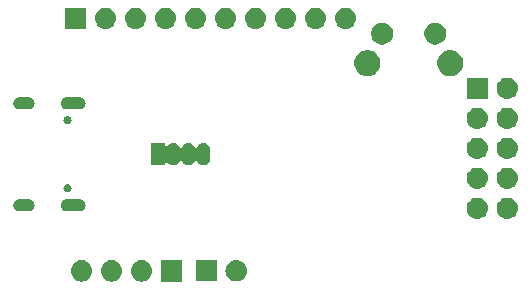
<source format=gbr>
G04 #@! TF.GenerationSoftware,KiCad,Pcbnew,5.1.4-e60b266~84~ubuntu18.04.1*
G04 #@! TF.CreationDate,2019-11-09T00:06:31+08:00*
G04 #@! TF.ProjectId,dap-stm32f103,6461702d-7374-46d3-9332-663130332e6b,rev?*
G04 #@! TF.SameCoordinates,Original*
G04 #@! TF.FileFunction,Soldermask,Bot*
G04 #@! TF.FilePolarity,Negative*
%FSLAX46Y46*%
G04 Gerber Fmt 4.6, Leading zero omitted, Abs format (unit mm)*
G04 Created by KiCad (PCBNEW 5.1.4-e60b266~84~ubuntu18.04.1) date 2019-11-09 00:06:31*
%MOMM*%
%LPD*%
G04 APERTURE LIST*
%ADD10C,0.100000*%
G04 APERTURE END LIST*
D10*
G36*
X156064443Y-105863519D02*
G01*
X156130627Y-105870037D01*
X156300466Y-105921557D01*
X156456991Y-106005222D01*
X156492729Y-106034552D01*
X156594186Y-106117814D01*
X156677448Y-106219271D01*
X156706778Y-106255009D01*
X156790443Y-106411534D01*
X156841963Y-106581373D01*
X156859359Y-106758000D01*
X156841963Y-106934627D01*
X156790443Y-107104466D01*
X156706778Y-107260991D01*
X156677448Y-107296729D01*
X156594186Y-107398186D01*
X156492729Y-107481448D01*
X156456991Y-107510778D01*
X156300466Y-107594443D01*
X156130627Y-107645963D01*
X156064443Y-107652481D01*
X155998260Y-107659000D01*
X155909740Y-107659000D01*
X155843557Y-107652481D01*
X155777373Y-107645963D01*
X155607534Y-107594443D01*
X155451009Y-107510778D01*
X155415271Y-107481448D01*
X155313814Y-107398186D01*
X155230552Y-107296729D01*
X155201222Y-107260991D01*
X155117557Y-107104466D01*
X155066037Y-106934627D01*
X155048641Y-106758000D01*
X155066037Y-106581373D01*
X155117557Y-106411534D01*
X155201222Y-106255009D01*
X155230552Y-106219271D01*
X155313814Y-106117814D01*
X155415271Y-106034552D01*
X155451009Y-106005222D01*
X155607534Y-105921557D01*
X155777373Y-105870037D01*
X155843557Y-105863519D01*
X155909740Y-105857000D01*
X155998260Y-105857000D01*
X156064443Y-105863519D01*
X156064443Y-105863519D01*
G37*
G36*
X153524443Y-105863519D02*
G01*
X153590627Y-105870037D01*
X153760466Y-105921557D01*
X153916991Y-106005222D01*
X153952729Y-106034552D01*
X154054186Y-106117814D01*
X154137448Y-106219271D01*
X154166778Y-106255009D01*
X154250443Y-106411534D01*
X154301963Y-106581373D01*
X154319359Y-106758000D01*
X154301963Y-106934627D01*
X154250443Y-107104466D01*
X154166778Y-107260991D01*
X154137448Y-107296729D01*
X154054186Y-107398186D01*
X153952729Y-107481448D01*
X153916991Y-107510778D01*
X153760466Y-107594443D01*
X153590627Y-107645963D01*
X153524443Y-107652481D01*
X153458260Y-107659000D01*
X153369740Y-107659000D01*
X153303557Y-107652481D01*
X153237373Y-107645963D01*
X153067534Y-107594443D01*
X152911009Y-107510778D01*
X152875271Y-107481448D01*
X152773814Y-107398186D01*
X152690552Y-107296729D01*
X152661222Y-107260991D01*
X152577557Y-107104466D01*
X152526037Y-106934627D01*
X152508641Y-106758000D01*
X152526037Y-106581373D01*
X152577557Y-106411534D01*
X152661222Y-106255009D01*
X152690552Y-106219271D01*
X152773814Y-106117814D01*
X152875271Y-106034552D01*
X152911009Y-106005222D01*
X153067534Y-105921557D01*
X153237373Y-105870037D01*
X153303557Y-105863519D01*
X153369740Y-105857000D01*
X153458260Y-105857000D01*
X153524443Y-105863519D01*
X153524443Y-105863519D01*
G37*
G36*
X161935000Y-107659000D02*
G01*
X160133000Y-107659000D01*
X160133000Y-105857000D01*
X161935000Y-105857000D01*
X161935000Y-107659000D01*
X161935000Y-107659000D01*
G37*
G36*
X158604443Y-105863519D02*
G01*
X158670627Y-105870037D01*
X158840466Y-105921557D01*
X158996991Y-106005222D01*
X159032729Y-106034552D01*
X159134186Y-106117814D01*
X159217448Y-106219271D01*
X159246778Y-106255009D01*
X159330443Y-106411534D01*
X159381963Y-106581373D01*
X159399359Y-106758000D01*
X159381963Y-106934627D01*
X159330443Y-107104466D01*
X159246778Y-107260991D01*
X159217448Y-107296729D01*
X159134186Y-107398186D01*
X159032729Y-107481448D01*
X158996991Y-107510778D01*
X158840466Y-107594443D01*
X158670627Y-107645963D01*
X158604443Y-107652481D01*
X158538260Y-107659000D01*
X158449740Y-107659000D01*
X158383557Y-107652481D01*
X158317373Y-107645963D01*
X158147534Y-107594443D01*
X157991009Y-107510778D01*
X157955271Y-107481448D01*
X157853814Y-107398186D01*
X157770552Y-107296729D01*
X157741222Y-107260991D01*
X157657557Y-107104466D01*
X157606037Y-106934627D01*
X157588641Y-106758000D01*
X157606037Y-106581373D01*
X157657557Y-106411534D01*
X157741222Y-106255009D01*
X157770552Y-106219271D01*
X157853814Y-106117814D01*
X157955271Y-106034552D01*
X157991009Y-106005222D01*
X158147534Y-105921557D01*
X158317373Y-105870037D01*
X158383557Y-105863519D01*
X158449740Y-105857000D01*
X158538260Y-105857000D01*
X158604443Y-105863519D01*
X158604443Y-105863519D01*
G37*
G36*
X166614443Y-105843519D02*
G01*
X166680627Y-105850037D01*
X166850466Y-105901557D01*
X167006991Y-105985222D01*
X167031361Y-106005222D01*
X167144186Y-106097814D01*
X167227448Y-106199271D01*
X167256778Y-106235009D01*
X167340443Y-106391534D01*
X167391963Y-106561373D01*
X167409359Y-106738000D01*
X167391963Y-106914627D01*
X167340443Y-107084466D01*
X167256778Y-107240991D01*
X167240366Y-107260989D01*
X167144186Y-107378186D01*
X167042729Y-107461448D01*
X167006991Y-107490778D01*
X166850466Y-107574443D01*
X166680627Y-107625963D01*
X166614442Y-107632482D01*
X166548260Y-107639000D01*
X166459740Y-107639000D01*
X166393558Y-107632482D01*
X166327373Y-107625963D01*
X166157534Y-107574443D01*
X166001009Y-107490778D01*
X165965271Y-107461448D01*
X165863814Y-107378186D01*
X165767634Y-107260989D01*
X165751222Y-107240991D01*
X165667557Y-107084466D01*
X165616037Y-106914627D01*
X165598641Y-106738000D01*
X165616037Y-106561373D01*
X165667557Y-106391534D01*
X165751222Y-106235009D01*
X165780552Y-106199271D01*
X165863814Y-106097814D01*
X165976639Y-106005222D01*
X166001009Y-105985222D01*
X166157534Y-105901557D01*
X166327373Y-105850037D01*
X166393557Y-105843519D01*
X166459740Y-105837000D01*
X166548260Y-105837000D01*
X166614443Y-105843519D01*
X166614443Y-105843519D01*
G37*
G36*
X164865000Y-107639000D02*
G01*
X163063000Y-107639000D01*
X163063000Y-105837000D01*
X164865000Y-105837000D01*
X164865000Y-107639000D01*
X164865000Y-107639000D01*
G37*
G36*
X189574442Y-100553518D02*
G01*
X189640627Y-100560037D01*
X189810466Y-100611557D01*
X189966991Y-100695222D01*
X190000713Y-100722897D01*
X190104186Y-100807814D01*
X190186660Y-100908310D01*
X190216778Y-100945009D01*
X190300443Y-101101534D01*
X190351963Y-101271373D01*
X190369359Y-101448000D01*
X190351963Y-101624627D01*
X190300443Y-101794466D01*
X190216778Y-101950991D01*
X190187448Y-101986729D01*
X190104186Y-102088186D01*
X190002729Y-102171448D01*
X189966991Y-102200778D01*
X189810466Y-102284443D01*
X189640627Y-102335963D01*
X189574442Y-102342482D01*
X189508260Y-102349000D01*
X189419740Y-102349000D01*
X189353557Y-102342481D01*
X189287373Y-102335963D01*
X189117534Y-102284443D01*
X188961009Y-102200778D01*
X188925271Y-102171448D01*
X188823814Y-102088186D01*
X188740552Y-101986729D01*
X188711222Y-101950991D01*
X188627557Y-101794466D01*
X188576037Y-101624627D01*
X188558641Y-101448000D01*
X188576037Y-101271373D01*
X188627557Y-101101534D01*
X188711222Y-100945009D01*
X188741340Y-100908310D01*
X188823814Y-100807814D01*
X188927287Y-100722897D01*
X188961009Y-100695222D01*
X189117534Y-100611557D01*
X189287373Y-100560037D01*
X189353557Y-100553519D01*
X189419740Y-100547000D01*
X189508260Y-100547000D01*
X189574442Y-100553518D01*
X189574442Y-100553518D01*
G37*
G36*
X187034442Y-100553518D02*
G01*
X187100627Y-100560037D01*
X187270466Y-100611557D01*
X187426991Y-100695222D01*
X187460713Y-100722897D01*
X187564186Y-100807814D01*
X187646660Y-100908310D01*
X187676778Y-100945009D01*
X187760443Y-101101534D01*
X187811963Y-101271373D01*
X187829359Y-101448000D01*
X187811963Y-101624627D01*
X187760443Y-101794466D01*
X187676778Y-101950991D01*
X187647448Y-101986729D01*
X187564186Y-102088186D01*
X187462729Y-102171448D01*
X187426991Y-102200778D01*
X187270466Y-102284443D01*
X187100627Y-102335963D01*
X187034442Y-102342482D01*
X186968260Y-102349000D01*
X186879740Y-102349000D01*
X186813557Y-102342481D01*
X186747373Y-102335963D01*
X186577534Y-102284443D01*
X186421009Y-102200778D01*
X186385271Y-102171448D01*
X186283814Y-102088186D01*
X186200552Y-101986729D01*
X186171222Y-101950991D01*
X186087557Y-101794466D01*
X186036037Y-101624627D01*
X186018641Y-101448000D01*
X186036037Y-101271373D01*
X186087557Y-101101534D01*
X186171222Y-100945009D01*
X186201340Y-100908310D01*
X186283814Y-100807814D01*
X186387287Y-100722897D01*
X186421009Y-100695222D01*
X186577534Y-100611557D01*
X186747373Y-100560037D01*
X186813557Y-100553519D01*
X186879740Y-100547000D01*
X186968260Y-100547000D01*
X187034442Y-100553518D01*
X187034442Y-100553518D01*
G37*
G36*
X153352213Y-100694249D02*
G01*
X153446652Y-100722897D01*
X153533687Y-100769418D01*
X153609975Y-100832025D01*
X153672582Y-100908313D01*
X153719103Y-100995348D01*
X153747751Y-101089787D01*
X153757424Y-101188000D01*
X153747751Y-101286213D01*
X153719103Y-101380652D01*
X153672582Y-101467687D01*
X153609975Y-101543975D01*
X153533687Y-101606582D01*
X153446652Y-101653103D01*
X153352213Y-101681751D01*
X153278612Y-101689000D01*
X152129388Y-101689000D01*
X152055787Y-101681751D01*
X151961348Y-101653103D01*
X151874313Y-101606582D01*
X151798025Y-101543975D01*
X151735418Y-101467687D01*
X151688897Y-101380652D01*
X151660249Y-101286213D01*
X151650576Y-101188000D01*
X151660249Y-101089787D01*
X151688897Y-100995348D01*
X151735418Y-100908313D01*
X151798025Y-100832025D01*
X151874313Y-100769418D01*
X151961348Y-100722897D01*
X152055787Y-100694249D01*
X152129388Y-100687000D01*
X153278612Y-100687000D01*
X153352213Y-100694249D01*
X153352213Y-100694249D01*
G37*
G36*
X149032213Y-100694249D02*
G01*
X149126652Y-100722897D01*
X149213687Y-100769418D01*
X149289975Y-100832025D01*
X149352582Y-100908313D01*
X149399103Y-100995348D01*
X149427751Y-101089787D01*
X149437424Y-101188000D01*
X149427751Y-101286213D01*
X149399103Y-101380652D01*
X149352582Y-101467687D01*
X149289975Y-101543975D01*
X149213687Y-101606582D01*
X149126652Y-101653103D01*
X149032213Y-101681751D01*
X148958612Y-101689000D01*
X148109388Y-101689000D01*
X148035787Y-101681751D01*
X147941348Y-101653103D01*
X147854313Y-101606582D01*
X147778025Y-101543975D01*
X147715418Y-101467687D01*
X147668897Y-101380652D01*
X147640249Y-101286213D01*
X147630576Y-101188000D01*
X147640249Y-101089787D01*
X147668897Y-100995348D01*
X147715418Y-100908313D01*
X147778025Y-100832025D01*
X147854313Y-100769418D01*
X147941348Y-100722897D01*
X148035787Y-100694249D01*
X148109388Y-100687000D01*
X148958612Y-100687000D01*
X149032213Y-100694249D01*
X149032213Y-100694249D01*
G37*
G36*
X152326383Y-99420489D02*
G01*
X152326386Y-99420490D01*
X152326385Y-99420490D01*
X152390258Y-99446946D01*
X152447748Y-99485360D01*
X152496640Y-99534252D01*
X152535054Y-99591742D01*
X152556624Y-99643818D01*
X152561511Y-99655617D01*
X152575000Y-99723430D01*
X152575000Y-99792570D01*
X152561511Y-99860383D01*
X152561510Y-99860385D01*
X152535054Y-99924258D01*
X152496640Y-99981748D01*
X152447748Y-100030640D01*
X152390258Y-100069054D01*
X152338182Y-100090624D01*
X152326383Y-100095511D01*
X152258570Y-100109000D01*
X152189430Y-100109000D01*
X152121617Y-100095511D01*
X152109818Y-100090624D01*
X152057742Y-100069054D01*
X152000252Y-100030640D01*
X151951360Y-99981748D01*
X151912946Y-99924258D01*
X151886490Y-99860385D01*
X151886489Y-99860383D01*
X151873000Y-99792570D01*
X151873000Y-99723430D01*
X151886489Y-99655617D01*
X151891376Y-99643818D01*
X151912946Y-99591742D01*
X151951360Y-99534252D01*
X152000252Y-99485360D01*
X152057742Y-99446946D01*
X152121615Y-99420490D01*
X152121614Y-99420490D01*
X152121617Y-99420489D01*
X152189430Y-99407000D01*
X152258570Y-99407000D01*
X152326383Y-99420489D01*
X152326383Y-99420489D01*
G37*
G36*
X187034443Y-98013519D02*
G01*
X187100627Y-98020037D01*
X187270466Y-98071557D01*
X187426991Y-98155222D01*
X187462729Y-98184552D01*
X187564186Y-98267814D01*
X187647448Y-98369271D01*
X187676778Y-98405009D01*
X187760443Y-98561534D01*
X187811963Y-98731373D01*
X187829359Y-98908000D01*
X187811963Y-99084627D01*
X187760443Y-99254466D01*
X187676778Y-99410991D01*
X187668983Y-99420489D01*
X187564186Y-99548186D01*
X187462729Y-99631448D01*
X187426991Y-99660778D01*
X187270466Y-99744443D01*
X187100627Y-99795963D01*
X187034443Y-99802481D01*
X186968260Y-99809000D01*
X186879740Y-99809000D01*
X186813557Y-99802481D01*
X186747373Y-99795963D01*
X186577534Y-99744443D01*
X186421009Y-99660778D01*
X186385271Y-99631448D01*
X186283814Y-99548186D01*
X186179017Y-99420489D01*
X186171222Y-99410991D01*
X186087557Y-99254466D01*
X186036037Y-99084627D01*
X186018641Y-98908000D01*
X186036037Y-98731373D01*
X186087557Y-98561534D01*
X186171222Y-98405009D01*
X186200552Y-98369271D01*
X186283814Y-98267814D01*
X186385271Y-98184552D01*
X186421009Y-98155222D01*
X186577534Y-98071557D01*
X186747373Y-98020037D01*
X186813557Y-98013519D01*
X186879740Y-98007000D01*
X186968260Y-98007000D01*
X187034443Y-98013519D01*
X187034443Y-98013519D01*
G37*
G36*
X189574443Y-98013519D02*
G01*
X189640627Y-98020037D01*
X189810466Y-98071557D01*
X189966991Y-98155222D01*
X190002729Y-98184552D01*
X190104186Y-98267814D01*
X190187448Y-98369271D01*
X190216778Y-98405009D01*
X190300443Y-98561534D01*
X190351963Y-98731373D01*
X190369359Y-98908000D01*
X190351963Y-99084627D01*
X190300443Y-99254466D01*
X190216778Y-99410991D01*
X190208983Y-99420489D01*
X190104186Y-99548186D01*
X190002729Y-99631448D01*
X189966991Y-99660778D01*
X189810466Y-99744443D01*
X189640627Y-99795963D01*
X189574443Y-99802481D01*
X189508260Y-99809000D01*
X189419740Y-99809000D01*
X189353557Y-99802481D01*
X189287373Y-99795963D01*
X189117534Y-99744443D01*
X188961009Y-99660778D01*
X188925271Y-99631448D01*
X188823814Y-99548186D01*
X188719017Y-99420489D01*
X188711222Y-99410991D01*
X188627557Y-99254466D01*
X188576037Y-99084627D01*
X188558641Y-98908000D01*
X188576037Y-98731373D01*
X188627557Y-98561534D01*
X188711222Y-98405009D01*
X188740552Y-98369271D01*
X188823814Y-98267814D01*
X188925271Y-98184552D01*
X188961009Y-98155222D01*
X189117534Y-98071557D01*
X189287373Y-98020037D01*
X189353557Y-98013519D01*
X189419740Y-98007000D01*
X189508260Y-98007000D01*
X189574443Y-98013519D01*
X189574443Y-98013519D01*
G37*
G36*
X163838875Y-95935479D02*
G01*
X163912516Y-95957818D01*
X163949337Y-95968987D01*
X164051139Y-96023402D01*
X164108227Y-96070253D01*
X164140369Y-96096631D01*
X164213598Y-96185861D01*
X164213599Y-96185863D01*
X164268013Y-96287662D01*
X164268524Y-96289347D01*
X164301521Y-96398124D01*
X164310000Y-96484215D01*
X164310000Y-97271785D01*
X164301521Y-97357876D01*
X164279182Y-97431517D01*
X164268013Y-97468338D01*
X164213598Y-97570140D01*
X164140370Y-97659370D01*
X164051140Y-97732598D01*
X163949338Y-97787013D01*
X163912517Y-97798182D01*
X163838876Y-97820521D01*
X163724000Y-97831835D01*
X163609125Y-97820521D01*
X163535484Y-97798182D01*
X163498663Y-97787013D01*
X163396861Y-97732598D01*
X163307631Y-97659370D01*
X163234402Y-97570138D01*
X163199240Y-97504355D01*
X163185627Y-97483980D01*
X163168300Y-97466653D01*
X163147925Y-97453040D01*
X163125286Y-97443662D01*
X163101253Y-97438882D01*
X163076749Y-97438882D01*
X163052716Y-97443662D01*
X163030077Y-97453040D01*
X163009702Y-97466653D01*
X162992375Y-97483980D01*
X162978762Y-97504354D01*
X162943598Y-97570140D01*
X162870370Y-97659370D01*
X162781140Y-97732598D01*
X162679338Y-97787013D01*
X162642517Y-97798182D01*
X162568876Y-97820521D01*
X162454000Y-97831835D01*
X162339125Y-97820521D01*
X162265484Y-97798182D01*
X162228663Y-97787013D01*
X162126861Y-97732598D01*
X162037631Y-97659370D01*
X161964402Y-97570138D01*
X161929240Y-97504355D01*
X161915627Y-97483980D01*
X161898300Y-97466653D01*
X161877925Y-97453040D01*
X161855286Y-97443662D01*
X161831253Y-97438882D01*
X161806749Y-97438882D01*
X161782716Y-97443662D01*
X161760077Y-97453040D01*
X161739702Y-97466653D01*
X161722375Y-97483980D01*
X161708762Y-97504354D01*
X161673598Y-97570140D01*
X161600370Y-97659370D01*
X161511140Y-97732598D01*
X161409338Y-97787013D01*
X161372517Y-97798182D01*
X161298876Y-97820521D01*
X161184000Y-97831835D01*
X161069125Y-97820521D01*
X160995484Y-97798182D01*
X160958663Y-97787013D01*
X160856861Y-97732598D01*
X160767631Y-97659370D01*
X160721625Y-97603310D01*
X160704298Y-97585983D01*
X160683924Y-97572369D01*
X160661285Y-97562992D01*
X160637252Y-97558211D01*
X160612748Y-97558211D01*
X160588714Y-97562991D01*
X160566076Y-97572368D01*
X160545701Y-97585982D01*
X160528374Y-97603309D01*
X160514760Y-97623683D01*
X160505383Y-97646322D01*
X160500602Y-97670355D01*
X160500000Y-97682608D01*
X160500000Y-97829000D01*
X159328000Y-97829000D01*
X159328000Y-95927000D01*
X160500000Y-95927000D01*
X160500000Y-96073392D01*
X160502402Y-96097778D01*
X160509515Y-96121227D01*
X160521066Y-96142838D01*
X160536611Y-96161780D01*
X160555553Y-96177325D01*
X160577164Y-96188876D01*
X160600613Y-96195989D01*
X160624999Y-96198391D01*
X160649385Y-96195989D01*
X160672834Y-96188876D01*
X160694445Y-96177325D01*
X160713387Y-96161780D01*
X160721625Y-96152690D01*
X160767629Y-96096634D01*
X160767631Y-96096631D01*
X160856861Y-96023402D01*
X160868507Y-96017177D01*
X160958662Y-95968987D01*
X160995483Y-95957818D01*
X161069124Y-95935479D01*
X161184000Y-95924165D01*
X161298875Y-95935479D01*
X161372516Y-95957818D01*
X161409337Y-95968987D01*
X161511139Y-96023402D01*
X161568227Y-96070253D01*
X161600369Y-96096631D01*
X161673598Y-96185861D01*
X161673601Y-96185865D01*
X161708761Y-96251645D01*
X161722374Y-96272020D01*
X161739701Y-96289347D01*
X161760076Y-96302960D01*
X161782715Y-96312338D01*
X161806748Y-96317118D01*
X161831252Y-96317118D01*
X161855285Y-96312338D01*
X161877924Y-96302960D01*
X161898299Y-96289347D01*
X161915626Y-96272020D01*
X161929239Y-96251646D01*
X161964402Y-96185861D01*
X162037629Y-96096634D01*
X162037631Y-96096631D01*
X162126861Y-96023402D01*
X162138507Y-96017177D01*
X162228662Y-95968987D01*
X162265483Y-95957818D01*
X162339124Y-95935479D01*
X162454000Y-95924165D01*
X162568875Y-95935479D01*
X162642516Y-95957818D01*
X162679337Y-95968987D01*
X162781139Y-96023402D01*
X162838227Y-96070253D01*
X162870369Y-96096631D01*
X162943598Y-96185861D01*
X162943601Y-96185865D01*
X162978761Y-96251645D01*
X162992374Y-96272020D01*
X163009701Y-96289347D01*
X163030076Y-96302960D01*
X163052715Y-96312338D01*
X163076748Y-96317118D01*
X163101252Y-96317118D01*
X163125285Y-96312338D01*
X163147924Y-96302960D01*
X163168299Y-96289347D01*
X163185626Y-96272020D01*
X163199239Y-96251646D01*
X163234402Y-96185861D01*
X163307629Y-96096634D01*
X163307631Y-96096631D01*
X163396861Y-96023402D01*
X163408507Y-96017177D01*
X163498662Y-95968987D01*
X163535483Y-95957818D01*
X163609124Y-95935479D01*
X163724000Y-95924165D01*
X163838875Y-95935479D01*
X163838875Y-95935479D01*
G37*
G36*
X187034443Y-95473519D02*
G01*
X187100627Y-95480037D01*
X187270466Y-95531557D01*
X187426991Y-95615222D01*
X187462729Y-95644552D01*
X187564186Y-95727814D01*
X187647448Y-95829271D01*
X187676778Y-95865009D01*
X187760443Y-96021534D01*
X187811963Y-96191373D01*
X187829359Y-96368000D01*
X187811963Y-96544627D01*
X187760443Y-96714466D01*
X187676778Y-96870991D01*
X187647448Y-96906729D01*
X187564186Y-97008186D01*
X187462729Y-97091448D01*
X187426991Y-97120778D01*
X187270466Y-97204443D01*
X187100627Y-97255963D01*
X187034442Y-97262482D01*
X186968260Y-97269000D01*
X186879740Y-97269000D01*
X186813558Y-97262482D01*
X186747373Y-97255963D01*
X186577534Y-97204443D01*
X186421009Y-97120778D01*
X186385271Y-97091448D01*
X186283814Y-97008186D01*
X186200552Y-96906729D01*
X186171222Y-96870991D01*
X186087557Y-96714466D01*
X186036037Y-96544627D01*
X186018641Y-96368000D01*
X186036037Y-96191373D01*
X186087557Y-96021534D01*
X186171222Y-95865009D01*
X186200552Y-95829271D01*
X186283814Y-95727814D01*
X186385271Y-95644552D01*
X186421009Y-95615222D01*
X186577534Y-95531557D01*
X186747373Y-95480037D01*
X186813557Y-95473519D01*
X186879740Y-95467000D01*
X186968260Y-95467000D01*
X187034443Y-95473519D01*
X187034443Y-95473519D01*
G37*
G36*
X189574443Y-95473519D02*
G01*
X189640627Y-95480037D01*
X189810466Y-95531557D01*
X189966991Y-95615222D01*
X190002729Y-95644552D01*
X190104186Y-95727814D01*
X190187448Y-95829271D01*
X190216778Y-95865009D01*
X190300443Y-96021534D01*
X190351963Y-96191373D01*
X190369359Y-96368000D01*
X190351963Y-96544627D01*
X190300443Y-96714466D01*
X190216778Y-96870991D01*
X190187448Y-96906729D01*
X190104186Y-97008186D01*
X190002729Y-97091448D01*
X189966991Y-97120778D01*
X189810466Y-97204443D01*
X189640627Y-97255963D01*
X189574442Y-97262482D01*
X189508260Y-97269000D01*
X189419740Y-97269000D01*
X189353558Y-97262482D01*
X189287373Y-97255963D01*
X189117534Y-97204443D01*
X188961009Y-97120778D01*
X188925271Y-97091448D01*
X188823814Y-97008186D01*
X188740552Y-96906729D01*
X188711222Y-96870991D01*
X188627557Y-96714466D01*
X188576037Y-96544627D01*
X188558641Y-96368000D01*
X188576037Y-96191373D01*
X188627557Y-96021534D01*
X188711222Y-95865009D01*
X188740552Y-95829271D01*
X188823814Y-95727814D01*
X188925271Y-95644552D01*
X188961009Y-95615222D01*
X189117534Y-95531557D01*
X189287373Y-95480037D01*
X189353557Y-95473519D01*
X189419740Y-95467000D01*
X189508260Y-95467000D01*
X189574443Y-95473519D01*
X189574443Y-95473519D01*
G37*
G36*
X189574442Y-92933518D02*
G01*
X189640627Y-92940037D01*
X189810466Y-92991557D01*
X189966991Y-93075222D01*
X190002729Y-93104552D01*
X190104186Y-93187814D01*
X190187448Y-93289271D01*
X190216778Y-93325009D01*
X190300443Y-93481534D01*
X190351963Y-93651373D01*
X190369359Y-93828000D01*
X190351963Y-94004627D01*
X190300443Y-94174466D01*
X190216778Y-94330991D01*
X190187448Y-94366729D01*
X190104186Y-94468186D01*
X190002729Y-94551448D01*
X189966991Y-94580778D01*
X189810466Y-94664443D01*
X189640627Y-94715963D01*
X189574443Y-94722481D01*
X189508260Y-94729000D01*
X189419740Y-94729000D01*
X189353558Y-94722482D01*
X189287373Y-94715963D01*
X189117534Y-94664443D01*
X188961009Y-94580778D01*
X188925271Y-94551448D01*
X188823814Y-94468186D01*
X188740552Y-94366729D01*
X188711222Y-94330991D01*
X188627557Y-94174466D01*
X188576037Y-94004627D01*
X188558641Y-93828000D01*
X188576037Y-93651373D01*
X188627557Y-93481534D01*
X188711222Y-93325009D01*
X188740552Y-93289271D01*
X188823814Y-93187814D01*
X188925271Y-93104552D01*
X188961009Y-93075222D01*
X189117534Y-92991557D01*
X189287373Y-92940037D01*
X189353557Y-92933519D01*
X189419740Y-92927000D01*
X189508260Y-92927000D01*
X189574442Y-92933518D01*
X189574442Y-92933518D01*
G37*
G36*
X187034442Y-92933518D02*
G01*
X187100627Y-92940037D01*
X187270466Y-92991557D01*
X187426991Y-93075222D01*
X187462729Y-93104552D01*
X187564186Y-93187814D01*
X187647448Y-93289271D01*
X187676778Y-93325009D01*
X187760443Y-93481534D01*
X187811963Y-93651373D01*
X187829359Y-93828000D01*
X187811963Y-94004627D01*
X187760443Y-94174466D01*
X187676778Y-94330991D01*
X187647448Y-94366729D01*
X187564186Y-94468186D01*
X187462729Y-94551448D01*
X187426991Y-94580778D01*
X187270466Y-94664443D01*
X187100627Y-94715963D01*
X187034443Y-94722481D01*
X186968260Y-94729000D01*
X186879740Y-94729000D01*
X186813558Y-94722482D01*
X186747373Y-94715963D01*
X186577534Y-94664443D01*
X186421009Y-94580778D01*
X186385271Y-94551448D01*
X186283814Y-94468186D01*
X186200552Y-94366729D01*
X186171222Y-94330991D01*
X186087557Y-94174466D01*
X186036037Y-94004627D01*
X186018641Y-93828000D01*
X186036037Y-93651373D01*
X186087557Y-93481534D01*
X186171222Y-93325009D01*
X186200552Y-93289271D01*
X186283814Y-93187814D01*
X186385271Y-93104552D01*
X186421009Y-93075222D01*
X186577534Y-92991557D01*
X186747373Y-92940037D01*
X186813557Y-92933519D01*
X186879740Y-92927000D01*
X186968260Y-92927000D01*
X187034442Y-92933518D01*
X187034442Y-92933518D01*
G37*
G36*
X152326383Y-93640489D02*
G01*
X152326386Y-93640490D01*
X152326385Y-93640490D01*
X152390258Y-93666946D01*
X152447748Y-93705360D01*
X152496640Y-93754252D01*
X152535054Y-93811742D01*
X152556624Y-93863818D01*
X152561511Y-93875617D01*
X152575000Y-93943430D01*
X152575000Y-94012570D01*
X152561511Y-94080383D01*
X152561510Y-94080385D01*
X152535054Y-94144258D01*
X152496640Y-94201748D01*
X152447748Y-94250640D01*
X152390258Y-94289054D01*
X152338182Y-94310624D01*
X152326383Y-94315511D01*
X152258570Y-94329000D01*
X152189430Y-94329000D01*
X152121617Y-94315511D01*
X152109818Y-94310624D01*
X152057742Y-94289054D01*
X152000252Y-94250640D01*
X151951360Y-94201748D01*
X151912946Y-94144258D01*
X151886490Y-94080385D01*
X151886489Y-94080383D01*
X151873000Y-94012570D01*
X151873000Y-93943430D01*
X151886489Y-93875617D01*
X151891376Y-93863818D01*
X151912946Y-93811742D01*
X151951360Y-93754252D01*
X152000252Y-93705360D01*
X152057742Y-93666946D01*
X152121615Y-93640490D01*
X152121614Y-93640490D01*
X152121617Y-93640489D01*
X152189430Y-93627000D01*
X152258570Y-93627000D01*
X152326383Y-93640489D01*
X152326383Y-93640489D01*
G37*
G36*
X153352213Y-92054249D02*
G01*
X153446652Y-92082897D01*
X153533687Y-92129418D01*
X153609975Y-92192025D01*
X153672582Y-92268313D01*
X153719103Y-92355348D01*
X153747751Y-92449787D01*
X153757424Y-92548000D01*
X153747751Y-92646213D01*
X153719103Y-92740652D01*
X153672582Y-92827687D01*
X153609975Y-92903975D01*
X153533687Y-92966582D01*
X153446652Y-93013103D01*
X153352213Y-93041751D01*
X153278612Y-93049000D01*
X152129388Y-93049000D01*
X152055787Y-93041751D01*
X151961348Y-93013103D01*
X151874313Y-92966582D01*
X151798025Y-92903975D01*
X151735418Y-92827687D01*
X151688897Y-92740652D01*
X151660249Y-92646213D01*
X151650576Y-92548000D01*
X151660249Y-92449787D01*
X151688897Y-92355348D01*
X151735418Y-92268313D01*
X151798025Y-92192025D01*
X151874313Y-92129418D01*
X151961348Y-92082897D01*
X152055787Y-92054249D01*
X152129388Y-92047000D01*
X153278612Y-92047000D01*
X153352213Y-92054249D01*
X153352213Y-92054249D01*
G37*
G36*
X149032213Y-92054249D02*
G01*
X149126652Y-92082897D01*
X149213687Y-92129418D01*
X149289975Y-92192025D01*
X149352582Y-92268313D01*
X149399103Y-92355348D01*
X149427751Y-92449787D01*
X149437424Y-92548000D01*
X149427751Y-92646213D01*
X149399103Y-92740652D01*
X149352582Y-92827687D01*
X149289975Y-92903975D01*
X149213687Y-92966582D01*
X149126652Y-93013103D01*
X149032213Y-93041751D01*
X148958612Y-93049000D01*
X148109388Y-93049000D01*
X148035787Y-93041751D01*
X147941348Y-93013103D01*
X147854313Y-92966582D01*
X147778025Y-92903975D01*
X147715418Y-92827687D01*
X147668897Y-92740652D01*
X147640249Y-92646213D01*
X147630576Y-92548000D01*
X147640249Y-92449787D01*
X147668897Y-92355348D01*
X147715418Y-92268313D01*
X147778025Y-92192025D01*
X147854313Y-92129418D01*
X147941348Y-92082897D01*
X148035787Y-92054249D01*
X148109388Y-92047000D01*
X148958612Y-92047000D01*
X149032213Y-92054249D01*
X149032213Y-92054249D01*
G37*
G36*
X189574442Y-90393518D02*
G01*
X189640627Y-90400037D01*
X189810466Y-90451557D01*
X189966991Y-90535222D01*
X190002729Y-90564552D01*
X190104186Y-90647814D01*
X190187448Y-90749271D01*
X190216778Y-90785009D01*
X190300443Y-90941534D01*
X190351963Y-91111373D01*
X190369359Y-91288000D01*
X190351963Y-91464627D01*
X190300443Y-91634466D01*
X190216778Y-91790991D01*
X190187448Y-91826729D01*
X190104186Y-91928186D01*
X190002729Y-92011448D01*
X189966991Y-92040778D01*
X189810466Y-92124443D01*
X189640627Y-92175963D01*
X189574442Y-92182482D01*
X189508260Y-92189000D01*
X189419740Y-92189000D01*
X189353558Y-92182482D01*
X189287373Y-92175963D01*
X189117534Y-92124443D01*
X188961009Y-92040778D01*
X188925271Y-92011448D01*
X188823814Y-91928186D01*
X188740552Y-91826729D01*
X188711222Y-91790991D01*
X188627557Y-91634466D01*
X188576037Y-91464627D01*
X188558641Y-91288000D01*
X188576037Y-91111373D01*
X188627557Y-90941534D01*
X188711222Y-90785009D01*
X188740552Y-90749271D01*
X188823814Y-90647814D01*
X188925271Y-90564552D01*
X188961009Y-90535222D01*
X189117534Y-90451557D01*
X189287373Y-90400037D01*
X189353558Y-90393518D01*
X189419740Y-90387000D01*
X189508260Y-90387000D01*
X189574442Y-90393518D01*
X189574442Y-90393518D01*
G37*
G36*
X187825000Y-92189000D02*
G01*
X186023000Y-92189000D01*
X186023000Y-90387000D01*
X187825000Y-90387000D01*
X187825000Y-92189000D01*
X187825000Y-92189000D01*
G37*
G36*
X184838794Y-88078155D02*
G01*
X184945150Y-88099311D01*
X185145520Y-88182307D01*
X185325844Y-88302795D01*
X185479205Y-88456156D01*
X185599693Y-88636480D01*
X185682689Y-88836851D01*
X185725000Y-89049560D01*
X185725000Y-89266440D01*
X185682689Y-89479149D01*
X185599693Y-89679520D01*
X185479205Y-89859844D01*
X185325844Y-90013205D01*
X185145520Y-90133693D01*
X185045334Y-90175191D01*
X184945150Y-90216689D01*
X184838794Y-90237845D01*
X184732440Y-90259000D01*
X184515560Y-90259000D01*
X184409205Y-90237844D01*
X184302850Y-90216689D01*
X184202666Y-90175191D01*
X184102480Y-90133693D01*
X183922156Y-90013205D01*
X183768795Y-89859844D01*
X183648307Y-89679520D01*
X183565311Y-89479149D01*
X183523000Y-89266440D01*
X183523000Y-89049560D01*
X183565311Y-88836851D01*
X183648307Y-88636480D01*
X183768795Y-88456156D01*
X183922156Y-88302795D01*
X184102480Y-88182307D01*
X184302850Y-88099311D01*
X184409205Y-88078156D01*
X184515560Y-88057000D01*
X184732440Y-88057000D01*
X184838794Y-88078155D01*
X184838794Y-88078155D01*
G37*
G36*
X177828794Y-88078155D02*
G01*
X177935150Y-88099311D01*
X178135520Y-88182307D01*
X178315844Y-88302795D01*
X178469205Y-88456156D01*
X178589693Y-88636480D01*
X178672689Y-88836851D01*
X178715000Y-89049560D01*
X178715000Y-89266440D01*
X178672689Y-89479149D01*
X178589693Y-89679520D01*
X178469205Y-89859844D01*
X178315844Y-90013205D01*
X178135520Y-90133693D01*
X178035334Y-90175191D01*
X177935150Y-90216689D01*
X177828794Y-90237845D01*
X177722440Y-90259000D01*
X177505560Y-90259000D01*
X177399205Y-90237844D01*
X177292850Y-90216689D01*
X177192666Y-90175191D01*
X177092480Y-90133693D01*
X176912156Y-90013205D01*
X176758795Y-89859844D01*
X176638307Y-89679520D01*
X176555311Y-89479149D01*
X176513000Y-89266440D01*
X176513000Y-89049560D01*
X176555311Y-88836851D01*
X176638307Y-88636480D01*
X176758795Y-88456156D01*
X176912156Y-88302795D01*
X177092480Y-88182307D01*
X177292850Y-88099311D01*
X177399205Y-88078156D01*
X177505560Y-88057000D01*
X177722440Y-88057000D01*
X177828794Y-88078155D01*
X177828794Y-88078155D01*
G37*
G36*
X183634104Y-85777585D02*
G01*
X183802626Y-85847389D01*
X183954291Y-85948728D01*
X184083272Y-86077709D01*
X184184611Y-86229374D01*
X184254415Y-86397896D01*
X184290000Y-86576797D01*
X184290000Y-86759203D01*
X184254415Y-86938104D01*
X184184611Y-87106626D01*
X184083272Y-87258291D01*
X183954291Y-87387272D01*
X183802626Y-87488611D01*
X183634104Y-87558415D01*
X183455203Y-87594000D01*
X183272797Y-87594000D01*
X183093896Y-87558415D01*
X182925374Y-87488611D01*
X182773709Y-87387272D01*
X182644728Y-87258291D01*
X182543389Y-87106626D01*
X182473585Y-86938104D01*
X182438000Y-86759203D01*
X182438000Y-86576797D01*
X182473585Y-86397896D01*
X182543389Y-86229374D01*
X182644728Y-86077709D01*
X182773709Y-85948728D01*
X182925374Y-85847389D01*
X183093896Y-85777585D01*
X183272797Y-85742000D01*
X183455203Y-85742000D01*
X183634104Y-85777585D01*
X183634104Y-85777585D01*
G37*
G36*
X179134104Y-85777585D02*
G01*
X179302626Y-85847389D01*
X179454291Y-85948728D01*
X179583272Y-86077709D01*
X179684611Y-86229374D01*
X179754415Y-86397896D01*
X179790000Y-86576797D01*
X179790000Y-86759203D01*
X179754415Y-86938104D01*
X179684611Y-87106626D01*
X179583272Y-87258291D01*
X179454291Y-87387272D01*
X179302626Y-87488611D01*
X179134104Y-87558415D01*
X178955203Y-87594000D01*
X178772797Y-87594000D01*
X178593896Y-87558415D01*
X178425374Y-87488611D01*
X178273709Y-87387272D01*
X178144728Y-87258291D01*
X178043389Y-87106626D01*
X177973585Y-86938104D01*
X177938000Y-86759203D01*
X177938000Y-86576797D01*
X177973585Y-86397896D01*
X178043389Y-86229374D01*
X178144728Y-86077709D01*
X178273709Y-85948728D01*
X178425374Y-85847389D01*
X178593896Y-85777585D01*
X178772797Y-85742000D01*
X178955203Y-85742000D01*
X179134104Y-85777585D01*
X179134104Y-85777585D01*
G37*
G36*
X153805000Y-86269000D02*
G01*
X152003000Y-86269000D01*
X152003000Y-84467000D01*
X153805000Y-84467000D01*
X153805000Y-86269000D01*
X153805000Y-86269000D01*
G37*
G36*
X175874442Y-84473518D02*
G01*
X175940627Y-84480037D01*
X176110466Y-84531557D01*
X176266991Y-84615222D01*
X176302729Y-84644552D01*
X176404186Y-84727814D01*
X176487448Y-84829271D01*
X176516778Y-84865009D01*
X176600443Y-85021534D01*
X176651963Y-85191373D01*
X176669359Y-85368000D01*
X176651963Y-85544627D01*
X176600443Y-85714466D01*
X176516778Y-85870991D01*
X176487448Y-85906729D01*
X176404186Y-86008186D01*
X176302729Y-86091448D01*
X176266991Y-86120778D01*
X176110466Y-86204443D01*
X175940627Y-86255963D01*
X175874442Y-86262482D01*
X175808260Y-86269000D01*
X175719740Y-86269000D01*
X175653558Y-86262482D01*
X175587373Y-86255963D01*
X175417534Y-86204443D01*
X175261009Y-86120778D01*
X175225271Y-86091448D01*
X175123814Y-86008186D01*
X175040552Y-85906729D01*
X175011222Y-85870991D01*
X174927557Y-85714466D01*
X174876037Y-85544627D01*
X174858641Y-85368000D01*
X174876037Y-85191373D01*
X174927557Y-85021534D01*
X175011222Y-84865009D01*
X175040552Y-84829271D01*
X175123814Y-84727814D01*
X175225271Y-84644552D01*
X175261009Y-84615222D01*
X175417534Y-84531557D01*
X175587373Y-84480037D01*
X175653558Y-84473518D01*
X175719740Y-84467000D01*
X175808260Y-84467000D01*
X175874442Y-84473518D01*
X175874442Y-84473518D01*
G37*
G36*
X173334442Y-84473518D02*
G01*
X173400627Y-84480037D01*
X173570466Y-84531557D01*
X173726991Y-84615222D01*
X173762729Y-84644552D01*
X173864186Y-84727814D01*
X173947448Y-84829271D01*
X173976778Y-84865009D01*
X174060443Y-85021534D01*
X174111963Y-85191373D01*
X174129359Y-85368000D01*
X174111963Y-85544627D01*
X174060443Y-85714466D01*
X173976778Y-85870991D01*
X173947448Y-85906729D01*
X173864186Y-86008186D01*
X173762729Y-86091448D01*
X173726991Y-86120778D01*
X173570466Y-86204443D01*
X173400627Y-86255963D01*
X173334442Y-86262482D01*
X173268260Y-86269000D01*
X173179740Y-86269000D01*
X173113558Y-86262482D01*
X173047373Y-86255963D01*
X172877534Y-86204443D01*
X172721009Y-86120778D01*
X172685271Y-86091448D01*
X172583814Y-86008186D01*
X172500552Y-85906729D01*
X172471222Y-85870991D01*
X172387557Y-85714466D01*
X172336037Y-85544627D01*
X172318641Y-85368000D01*
X172336037Y-85191373D01*
X172387557Y-85021534D01*
X172471222Y-84865009D01*
X172500552Y-84829271D01*
X172583814Y-84727814D01*
X172685271Y-84644552D01*
X172721009Y-84615222D01*
X172877534Y-84531557D01*
X173047373Y-84480037D01*
X173113558Y-84473518D01*
X173179740Y-84467000D01*
X173268260Y-84467000D01*
X173334442Y-84473518D01*
X173334442Y-84473518D01*
G37*
G36*
X170794442Y-84473518D02*
G01*
X170860627Y-84480037D01*
X171030466Y-84531557D01*
X171186991Y-84615222D01*
X171222729Y-84644552D01*
X171324186Y-84727814D01*
X171407448Y-84829271D01*
X171436778Y-84865009D01*
X171520443Y-85021534D01*
X171571963Y-85191373D01*
X171589359Y-85368000D01*
X171571963Y-85544627D01*
X171520443Y-85714466D01*
X171436778Y-85870991D01*
X171407448Y-85906729D01*
X171324186Y-86008186D01*
X171222729Y-86091448D01*
X171186991Y-86120778D01*
X171030466Y-86204443D01*
X170860627Y-86255963D01*
X170794442Y-86262482D01*
X170728260Y-86269000D01*
X170639740Y-86269000D01*
X170573558Y-86262482D01*
X170507373Y-86255963D01*
X170337534Y-86204443D01*
X170181009Y-86120778D01*
X170145271Y-86091448D01*
X170043814Y-86008186D01*
X169960552Y-85906729D01*
X169931222Y-85870991D01*
X169847557Y-85714466D01*
X169796037Y-85544627D01*
X169778641Y-85368000D01*
X169796037Y-85191373D01*
X169847557Y-85021534D01*
X169931222Y-84865009D01*
X169960552Y-84829271D01*
X170043814Y-84727814D01*
X170145271Y-84644552D01*
X170181009Y-84615222D01*
X170337534Y-84531557D01*
X170507373Y-84480037D01*
X170573558Y-84473518D01*
X170639740Y-84467000D01*
X170728260Y-84467000D01*
X170794442Y-84473518D01*
X170794442Y-84473518D01*
G37*
G36*
X168254442Y-84473518D02*
G01*
X168320627Y-84480037D01*
X168490466Y-84531557D01*
X168646991Y-84615222D01*
X168682729Y-84644552D01*
X168784186Y-84727814D01*
X168867448Y-84829271D01*
X168896778Y-84865009D01*
X168980443Y-85021534D01*
X169031963Y-85191373D01*
X169049359Y-85368000D01*
X169031963Y-85544627D01*
X168980443Y-85714466D01*
X168896778Y-85870991D01*
X168867448Y-85906729D01*
X168784186Y-86008186D01*
X168682729Y-86091448D01*
X168646991Y-86120778D01*
X168490466Y-86204443D01*
X168320627Y-86255963D01*
X168254442Y-86262482D01*
X168188260Y-86269000D01*
X168099740Y-86269000D01*
X168033558Y-86262482D01*
X167967373Y-86255963D01*
X167797534Y-86204443D01*
X167641009Y-86120778D01*
X167605271Y-86091448D01*
X167503814Y-86008186D01*
X167420552Y-85906729D01*
X167391222Y-85870991D01*
X167307557Y-85714466D01*
X167256037Y-85544627D01*
X167238641Y-85368000D01*
X167256037Y-85191373D01*
X167307557Y-85021534D01*
X167391222Y-84865009D01*
X167420552Y-84829271D01*
X167503814Y-84727814D01*
X167605271Y-84644552D01*
X167641009Y-84615222D01*
X167797534Y-84531557D01*
X167967373Y-84480037D01*
X168033558Y-84473518D01*
X168099740Y-84467000D01*
X168188260Y-84467000D01*
X168254442Y-84473518D01*
X168254442Y-84473518D01*
G37*
G36*
X165714442Y-84473518D02*
G01*
X165780627Y-84480037D01*
X165950466Y-84531557D01*
X166106991Y-84615222D01*
X166142729Y-84644552D01*
X166244186Y-84727814D01*
X166327448Y-84829271D01*
X166356778Y-84865009D01*
X166440443Y-85021534D01*
X166491963Y-85191373D01*
X166509359Y-85368000D01*
X166491963Y-85544627D01*
X166440443Y-85714466D01*
X166356778Y-85870991D01*
X166327448Y-85906729D01*
X166244186Y-86008186D01*
X166142729Y-86091448D01*
X166106991Y-86120778D01*
X165950466Y-86204443D01*
X165780627Y-86255963D01*
X165714442Y-86262482D01*
X165648260Y-86269000D01*
X165559740Y-86269000D01*
X165493558Y-86262482D01*
X165427373Y-86255963D01*
X165257534Y-86204443D01*
X165101009Y-86120778D01*
X165065271Y-86091448D01*
X164963814Y-86008186D01*
X164880552Y-85906729D01*
X164851222Y-85870991D01*
X164767557Y-85714466D01*
X164716037Y-85544627D01*
X164698641Y-85368000D01*
X164716037Y-85191373D01*
X164767557Y-85021534D01*
X164851222Y-84865009D01*
X164880552Y-84829271D01*
X164963814Y-84727814D01*
X165065271Y-84644552D01*
X165101009Y-84615222D01*
X165257534Y-84531557D01*
X165427373Y-84480037D01*
X165493558Y-84473518D01*
X165559740Y-84467000D01*
X165648260Y-84467000D01*
X165714442Y-84473518D01*
X165714442Y-84473518D01*
G37*
G36*
X163174442Y-84473518D02*
G01*
X163240627Y-84480037D01*
X163410466Y-84531557D01*
X163566991Y-84615222D01*
X163602729Y-84644552D01*
X163704186Y-84727814D01*
X163787448Y-84829271D01*
X163816778Y-84865009D01*
X163900443Y-85021534D01*
X163951963Y-85191373D01*
X163969359Y-85368000D01*
X163951963Y-85544627D01*
X163900443Y-85714466D01*
X163816778Y-85870991D01*
X163787448Y-85906729D01*
X163704186Y-86008186D01*
X163602729Y-86091448D01*
X163566991Y-86120778D01*
X163410466Y-86204443D01*
X163240627Y-86255963D01*
X163174442Y-86262482D01*
X163108260Y-86269000D01*
X163019740Y-86269000D01*
X162953558Y-86262482D01*
X162887373Y-86255963D01*
X162717534Y-86204443D01*
X162561009Y-86120778D01*
X162525271Y-86091448D01*
X162423814Y-86008186D01*
X162340552Y-85906729D01*
X162311222Y-85870991D01*
X162227557Y-85714466D01*
X162176037Y-85544627D01*
X162158641Y-85368000D01*
X162176037Y-85191373D01*
X162227557Y-85021534D01*
X162311222Y-84865009D01*
X162340552Y-84829271D01*
X162423814Y-84727814D01*
X162525271Y-84644552D01*
X162561009Y-84615222D01*
X162717534Y-84531557D01*
X162887373Y-84480037D01*
X162953558Y-84473518D01*
X163019740Y-84467000D01*
X163108260Y-84467000D01*
X163174442Y-84473518D01*
X163174442Y-84473518D01*
G37*
G36*
X155554442Y-84473518D02*
G01*
X155620627Y-84480037D01*
X155790466Y-84531557D01*
X155946991Y-84615222D01*
X155982729Y-84644552D01*
X156084186Y-84727814D01*
X156167448Y-84829271D01*
X156196778Y-84865009D01*
X156280443Y-85021534D01*
X156331963Y-85191373D01*
X156349359Y-85368000D01*
X156331963Y-85544627D01*
X156280443Y-85714466D01*
X156196778Y-85870991D01*
X156167448Y-85906729D01*
X156084186Y-86008186D01*
X155982729Y-86091448D01*
X155946991Y-86120778D01*
X155790466Y-86204443D01*
X155620627Y-86255963D01*
X155554442Y-86262482D01*
X155488260Y-86269000D01*
X155399740Y-86269000D01*
X155333558Y-86262482D01*
X155267373Y-86255963D01*
X155097534Y-86204443D01*
X154941009Y-86120778D01*
X154905271Y-86091448D01*
X154803814Y-86008186D01*
X154720552Y-85906729D01*
X154691222Y-85870991D01*
X154607557Y-85714466D01*
X154556037Y-85544627D01*
X154538641Y-85368000D01*
X154556037Y-85191373D01*
X154607557Y-85021534D01*
X154691222Y-84865009D01*
X154720552Y-84829271D01*
X154803814Y-84727814D01*
X154905271Y-84644552D01*
X154941009Y-84615222D01*
X155097534Y-84531557D01*
X155267373Y-84480037D01*
X155333558Y-84473518D01*
X155399740Y-84467000D01*
X155488260Y-84467000D01*
X155554442Y-84473518D01*
X155554442Y-84473518D01*
G37*
G36*
X158094442Y-84473518D02*
G01*
X158160627Y-84480037D01*
X158330466Y-84531557D01*
X158486991Y-84615222D01*
X158522729Y-84644552D01*
X158624186Y-84727814D01*
X158707448Y-84829271D01*
X158736778Y-84865009D01*
X158820443Y-85021534D01*
X158871963Y-85191373D01*
X158889359Y-85368000D01*
X158871963Y-85544627D01*
X158820443Y-85714466D01*
X158736778Y-85870991D01*
X158707448Y-85906729D01*
X158624186Y-86008186D01*
X158522729Y-86091448D01*
X158486991Y-86120778D01*
X158330466Y-86204443D01*
X158160627Y-86255963D01*
X158094442Y-86262482D01*
X158028260Y-86269000D01*
X157939740Y-86269000D01*
X157873558Y-86262482D01*
X157807373Y-86255963D01*
X157637534Y-86204443D01*
X157481009Y-86120778D01*
X157445271Y-86091448D01*
X157343814Y-86008186D01*
X157260552Y-85906729D01*
X157231222Y-85870991D01*
X157147557Y-85714466D01*
X157096037Y-85544627D01*
X157078641Y-85368000D01*
X157096037Y-85191373D01*
X157147557Y-85021534D01*
X157231222Y-84865009D01*
X157260552Y-84829271D01*
X157343814Y-84727814D01*
X157445271Y-84644552D01*
X157481009Y-84615222D01*
X157637534Y-84531557D01*
X157807373Y-84480037D01*
X157873558Y-84473518D01*
X157939740Y-84467000D01*
X158028260Y-84467000D01*
X158094442Y-84473518D01*
X158094442Y-84473518D01*
G37*
G36*
X160634442Y-84473518D02*
G01*
X160700627Y-84480037D01*
X160870466Y-84531557D01*
X161026991Y-84615222D01*
X161062729Y-84644552D01*
X161164186Y-84727814D01*
X161247448Y-84829271D01*
X161276778Y-84865009D01*
X161360443Y-85021534D01*
X161411963Y-85191373D01*
X161429359Y-85368000D01*
X161411963Y-85544627D01*
X161360443Y-85714466D01*
X161276778Y-85870991D01*
X161247448Y-85906729D01*
X161164186Y-86008186D01*
X161062729Y-86091448D01*
X161026991Y-86120778D01*
X160870466Y-86204443D01*
X160700627Y-86255963D01*
X160634442Y-86262482D01*
X160568260Y-86269000D01*
X160479740Y-86269000D01*
X160413558Y-86262482D01*
X160347373Y-86255963D01*
X160177534Y-86204443D01*
X160021009Y-86120778D01*
X159985271Y-86091448D01*
X159883814Y-86008186D01*
X159800552Y-85906729D01*
X159771222Y-85870991D01*
X159687557Y-85714466D01*
X159636037Y-85544627D01*
X159618641Y-85368000D01*
X159636037Y-85191373D01*
X159687557Y-85021534D01*
X159771222Y-84865009D01*
X159800552Y-84829271D01*
X159883814Y-84727814D01*
X159985271Y-84644552D01*
X160021009Y-84615222D01*
X160177534Y-84531557D01*
X160347373Y-84480037D01*
X160413558Y-84473518D01*
X160479740Y-84467000D01*
X160568260Y-84467000D01*
X160634442Y-84473518D01*
X160634442Y-84473518D01*
G37*
M02*

</source>
